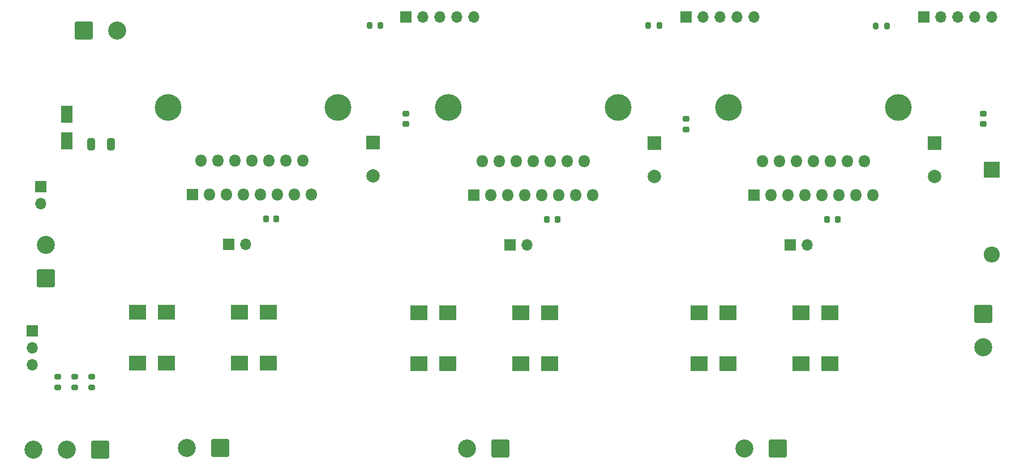
<source format=gbr>
%TF.GenerationSoftware,KiCad,Pcbnew,6.0.2+dfsg-1*%
%TF.CreationDate,2023-11-28T02:04:47+03:00*%
%TF.ProjectId,servodriver,73657276-6f64-4726-9976-65722e6b6963,rev?*%
%TF.SameCoordinates,Original*%
%TF.FileFunction,Soldermask,Top*%
%TF.FilePolarity,Negative*%
%FSLAX46Y46*%
G04 Gerber Fmt 4.6, Leading zero omitted, Abs format (unit mm)*
G04 Created by KiCad (PCBNEW 6.0.2+dfsg-1) date 2023-11-28 02:04:47*
%MOMM*%
%LPD*%
G01*
G04 APERTURE LIST*
G04 Aperture macros list*
%AMRoundRect*
0 Rectangle with rounded corners*
0 $1 Rounding radius*
0 $2 $3 $4 $5 $6 $7 $8 $9 X,Y pos of 4 corners*
0 Add a 4 corners polygon primitive as box body*
4,1,4,$2,$3,$4,$5,$6,$7,$8,$9,$2,$3,0*
0 Add four circle primitives for the rounded corners*
1,1,$1+$1,$2,$3*
1,1,$1+$1,$4,$5*
1,1,$1+$1,$6,$7*
1,1,$1+$1,$8,$9*
0 Add four rect primitives between the rounded corners*
20,1,$1+$1,$2,$3,$4,$5,0*
20,1,$1+$1,$4,$5,$6,$7,0*
20,1,$1+$1,$6,$7,$8,$9,0*
20,1,$1+$1,$8,$9,$2,$3,0*%
G04 Aperture macros list end*
%ADD10C,4.000000*%
%ADD11RoundRect,0.200000X0.200000X0.275000X-0.200000X0.275000X-0.200000X-0.275000X0.200000X-0.275000X0*%
%ADD12R,2.000000X2.000000*%
%ADD13C,2.000000*%
%ADD14RoundRect,0.225000X-0.225000X-0.250000X0.225000X-0.250000X0.225000X0.250000X-0.225000X0.250000X0*%
%ADD15R,2.500000X2.300000*%
%ADD16R,1.700000X1.700000*%
%ADD17O,1.700000X1.700000*%
%ADD18RoundRect,0.250001X-1.099999X1.099999X-1.099999X-1.099999X1.099999X-1.099999X1.099999X1.099999X0*%
%ADD19C,2.700000*%
%ADD20RoundRect,0.250001X-1.099999X-1.099999X1.099999X-1.099999X1.099999X1.099999X-1.099999X1.099999X0*%
%ADD21R,2.400000X2.400000*%
%ADD22O,2.400000X2.400000*%
%ADD23RoundRect,0.250001X1.099999X1.099999X-1.099999X1.099999X-1.099999X-1.099999X1.099999X-1.099999X0*%
%ADD24R,1.800000X1.800000*%
%ADD25O,1.800000X1.800000*%
%ADD26RoundRect,0.200000X0.275000X-0.200000X0.275000X0.200000X-0.275000X0.200000X-0.275000X-0.200000X0*%
%ADD27RoundRect,0.250001X1.099999X-1.099999X1.099999X1.099999X-1.099999X1.099999X-1.099999X-1.099999X0*%
%ADD28RoundRect,0.250000X-0.325000X-0.650000X0.325000X-0.650000X0.325000X0.650000X-0.325000X0.650000X0*%
%ADD29RoundRect,0.225000X0.250000X-0.225000X0.250000X0.225000X-0.250000X0.225000X-0.250000X-0.225000X0*%
%ADD30R,1.800000X2.500000*%
G04 APERTURE END LIST*
D10*
%TO.C,REF\u002A\u002A*%
X210820000Y-55420000D03*
X185420000Y-55420000D03*
%TD*%
%TO.C,REF\u002A\u002A*%
X168910000Y-55420000D03*
X143510000Y-55420000D03*
%TD*%
%TO.C,REF\u002A\u002A*%
X127000000Y-55420000D03*
X101600000Y-55420000D03*
%TD*%
D11*
%TO.C,R20*%
X133350000Y-43155000D03*
X131700000Y-43155000D03*
%TD*%
D12*
%TO.C,C6*%
X174274646Y-60800000D03*
D13*
X174274646Y-65800000D03*
%TD*%
D14*
%TO.C,C3*%
X158259646Y-72230000D03*
X159809646Y-72230000D03*
%TD*%
D15*
%TO.C,D4*%
X158644646Y-93820000D03*
X154344646Y-93820000D03*
%TD*%
D16*
%TO.C,J14*%
X194594646Y-76040000D03*
D17*
X197134646Y-76040000D03*
%TD*%
D16*
%TO.C,J10*%
X214630000Y-41910000D03*
D17*
X217170000Y-41910000D03*
X219710000Y-41910000D03*
X222250000Y-41910000D03*
X224790000Y-41910000D03*
%TD*%
D15*
%TO.C,D16*%
X97051365Y-93679511D03*
X101351365Y-93679511D03*
%TD*%
D18*
%TO.C,J4*%
X223520000Y-86360000D03*
D19*
X223520000Y-91360000D03*
%TD*%
D15*
%TO.C,D7*%
X143404646Y-86200000D03*
X139104646Y-86200000D03*
%TD*%
D20*
%TO.C,J5*%
X88980000Y-43900000D03*
D19*
X93980000Y-43900000D03*
%TD*%
D16*
%TO.C,J12*%
X82550000Y-67310000D03*
D17*
X82550000Y-69850000D03*
%TD*%
D15*
%TO.C,D9*%
X200554646Y-93820000D03*
X196254646Y-93820000D03*
%TD*%
D16*
%TO.C,J13*%
X152684646Y-76040000D03*
D17*
X155224646Y-76040000D03*
%TD*%
D15*
%TO.C,D15*%
X112291365Y-86059511D03*
X116591365Y-86059511D03*
%TD*%
D14*
%TO.C,C15*%
X116206365Y-72089511D03*
X117756365Y-72089511D03*
%TD*%
D16*
%TO.C,J7*%
X179070000Y-41910000D03*
D17*
X181610000Y-41910000D03*
X184150000Y-41910000D03*
X186690000Y-41910000D03*
X189230000Y-41910000D03*
%TD*%
D16*
%TO.C,J6*%
X81280000Y-88900000D03*
D17*
X81280000Y-91440000D03*
X81280000Y-93980000D03*
%TD*%
D15*
%TO.C,D17*%
X101351365Y-86059511D03*
X97051365Y-86059511D03*
%TD*%
%TO.C,D5*%
X154344646Y-86200000D03*
X158644646Y-86200000D03*
%TD*%
D11*
%TO.C,R12*%
X209075000Y-43205000D03*
X207425000Y-43205000D03*
%TD*%
D12*
%TO.C,C18*%
X132221365Y-60659511D03*
D13*
X132221365Y-65659511D03*
%TD*%
D15*
%TO.C,D14*%
X116591365Y-93679511D03*
X112291365Y-93679511D03*
%TD*%
D21*
%TO.C,D1*%
X224790000Y-64770000D03*
D22*
X224790000Y-77470000D03*
%TD*%
D23*
%TO.C,J1*%
X151274646Y-106520000D03*
D19*
X146274646Y-106520000D03*
%TD*%
D23*
%TO.C,J2*%
X109361365Y-106379511D03*
D19*
X104361365Y-106379511D03*
%TD*%
D14*
%TO.C,C9*%
X200169646Y-72230000D03*
X201719646Y-72230000D03*
%TD*%
D24*
%TO.C,U2*%
X189230000Y-68580000D03*
D25*
X190500000Y-63500000D03*
X191770000Y-68580000D03*
X193040000Y-63500000D03*
X194310000Y-68580000D03*
X195580000Y-63500000D03*
X196850000Y-68580000D03*
X198120000Y-63500000D03*
X199390000Y-68580000D03*
X200660000Y-63500000D03*
X201930000Y-68580000D03*
X203200000Y-63500000D03*
X204470000Y-68580000D03*
X205740000Y-63500000D03*
X207010000Y-68580000D03*
%TD*%
D26*
%TO.C,R1*%
X85090000Y-97345000D03*
X85090000Y-95695000D03*
%TD*%
%TO.C,R3*%
X90170000Y-97345000D03*
X90170000Y-95695000D03*
%TD*%
D16*
%TO.C,J15*%
X110631365Y-75899511D03*
D17*
X113171365Y-75899511D03*
%TD*%
D24*
%TO.C,U1*%
X147320000Y-68580000D03*
D25*
X148590000Y-63500000D03*
X149860000Y-68580000D03*
X151130000Y-63500000D03*
X152400000Y-68580000D03*
X153670000Y-63500000D03*
X154940000Y-68580000D03*
X156210000Y-63500000D03*
X157480000Y-68580000D03*
X158750000Y-63500000D03*
X160020000Y-68580000D03*
X161290000Y-63500000D03*
X162560000Y-68580000D03*
X163830000Y-63500000D03*
X165100000Y-68580000D03*
%TD*%
D27*
%TO.C,J11*%
X83270000Y-81017500D03*
D19*
X83270000Y-76017500D03*
%TD*%
D15*
%TO.C,D12*%
X185314646Y-86200000D03*
X181014646Y-86200000D03*
%TD*%
%TO.C,D10*%
X196254646Y-86200000D03*
X200554646Y-86200000D03*
%TD*%
D16*
%TO.C,J9*%
X137190000Y-41885000D03*
D17*
X139730000Y-41885000D03*
X142270000Y-41885000D03*
X144810000Y-41885000D03*
X147350000Y-41885000D03*
%TD*%
D24*
%TO.C,U3*%
X105266719Y-68439511D03*
D25*
X106536719Y-63359511D03*
X107806719Y-68439511D03*
X109076719Y-63359511D03*
X110346719Y-68439511D03*
X111616719Y-63359511D03*
X112886719Y-68439511D03*
X114156719Y-63359511D03*
X115426719Y-68439511D03*
X116696719Y-63359511D03*
X117966719Y-68439511D03*
X119236719Y-63359511D03*
X120506719Y-68439511D03*
X121776719Y-63359511D03*
X123046719Y-68439511D03*
%TD*%
D28*
%TO.C,C1*%
X90045000Y-60960000D03*
X92995000Y-60960000D03*
%TD*%
D11*
%TO.C,R4*%
X175037500Y-43180000D03*
X173387500Y-43180000D03*
%TD*%
D29*
%TO.C,C17*%
X137160000Y-57925000D03*
X137160000Y-56375000D03*
%TD*%
%TO.C,C5*%
X179070000Y-58700000D03*
X179070000Y-57150000D03*
%TD*%
D23*
%TO.C,J3*%
X192784646Y-106520000D03*
D19*
X187784646Y-106520000D03*
%TD*%
D23*
%TO.C,J8*%
X91440000Y-106680000D03*
D19*
X86440000Y-106680000D03*
X81440000Y-106680000D03*
%TD*%
D12*
%TO.C,C12*%
X216184646Y-60800000D03*
D13*
X216184646Y-65800000D03*
%TD*%
D29*
%TO.C,C11*%
X223520000Y-57925000D03*
X223520000Y-56375000D03*
%TD*%
D15*
%TO.C,D11*%
X181014646Y-93820000D03*
X185314646Y-93820000D03*
%TD*%
D26*
%TO.C,R2*%
X87630000Y-97345000D03*
X87630000Y-95695000D03*
%TD*%
D30*
%TO.C,D2*%
X86440000Y-60420000D03*
X86440000Y-56420000D03*
%TD*%
D15*
%TO.C,D6*%
X139104646Y-93820000D03*
X143404646Y-93820000D03*
%TD*%
M02*

</source>
